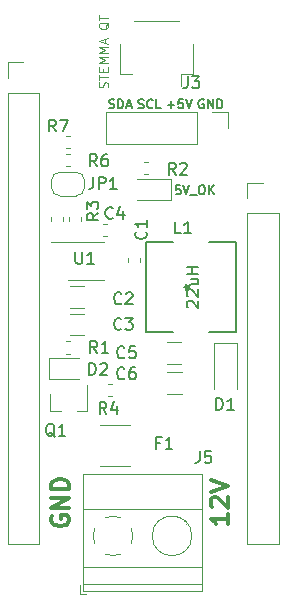
<source format=gbr>
%TF.GenerationSoftware,KiCad,Pcbnew,5.1.6-c6e7f7d~87~ubuntu18.04.1*%
%TF.CreationDate,2020-10-12T11:29:30-07:00*%
%TF.ProjectId,feather-power-supply-sw-smd-adj,66656174-6865-4722-9d70-6f7765722d73,rev?*%
%TF.SameCoordinates,Original*%
%TF.FileFunction,Legend,Top*%
%TF.FilePolarity,Positive*%
%FSLAX46Y46*%
G04 Gerber Fmt 4.6, Leading zero omitted, Abs format (unit mm)*
G04 Created by KiCad (PCBNEW 5.1.6-c6e7f7d~87~ubuntu18.04.1) date 2020-10-12 11:29:30*
%MOMM*%
%LPD*%
G01*
G04 APERTURE LIST*
%ADD10C,0.300000*%
%ADD11C,0.127000*%
%ADD12C,0.125000*%
%ADD13C,0.152400*%
%ADD14C,0.120000*%
%ADD15C,0.150000*%
G04 APERTURE END LIST*
D10*
X146931771Y-102909571D02*
X146931771Y-103766714D01*
X146931771Y-103338142D02*
X145431771Y-103338142D01*
X145646057Y-103481000D01*
X145788914Y-103623857D01*
X145860342Y-103766714D01*
X145574628Y-102338142D02*
X145503200Y-102266714D01*
X145431771Y-102123857D01*
X145431771Y-101766714D01*
X145503200Y-101623857D01*
X145574628Y-101552428D01*
X145717485Y-101481000D01*
X145860342Y-101481000D01*
X146074628Y-101552428D01*
X146931771Y-102409571D01*
X146931771Y-101481000D01*
X145431771Y-101052428D02*
X146931771Y-100552428D01*
X145431771Y-100052428D01*
D11*
X144834428Y-67843400D02*
X144761857Y-67807114D01*
X144653000Y-67807114D01*
X144544142Y-67843400D01*
X144471571Y-67915971D01*
X144435285Y-67988542D01*
X144399000Y-68133685D01*
X144399000Y-68242542D01*
X144435285Y-68387685D01*
X144471571Y-68460257D01*
X144544142Y-68532828D01*
X144653000Y-68569114D01*
X144725571Y-68569114D01*
X144834428Y-68532828D01*
X144870714Y-68496542D01*
X144870714Y-68242542D01*
X144725571Y-68242542D01*
X145197285Y-68569114D02*
X145197285Y-67807114D01*
X145632714Y-68569114D01*
X145632714Y-67807114D01*
X145995571Y-68569114D02*
X145995571Y-67807114D01*
X146177000Y-67807114D01*
X146285857Y-67843400D01*
X146358428Y-67915971D01*
X146394714Y-67988542D01*
X146431000Y-68133685D01*
X146431000Y-68242542D01*
X146394714Y-68387685D01*
X146358428Y-68460257D01*
X146285857Y-68532828D01*
X146177000Y-68569114D01*
X145995571Y-68569114D01*
X141784008Y-68278828D02*
X142364580Y-68278828D01*
X142074294Y-68569114D02*
X142074294Y-67988542D01*
X143090294Y-67807114D02*
X142727437Y-67807114D01*
X142691151Y-68169971D01*
X142727437Y-68133685D01*
X142800008Y-68097400D01*
X142981437Y-68097400D01*
X143054008Y-68133685D01*
X143090294Y-68169971D01*
X143126580Y-68242542D01*
X143126580Y-68423971D01*
X143090294Y-68496542D01*
X143054008Y-68532828D01*
X142981437Y-68569114D01*
X142800008Y-68569114D01*
X142727437Y-68532828D01*
X142691151Y-68496542D01*
X143344294Y-67807114D02*
X143598294Y-68569114D01*
X143852294Y-67807114D01*
X139314161Y-68532828D02*
X139423018Y-68569114D01*
X139604446Y-68569114D01*
X139677018Y-68532828D01*
X139713304Y-68496542D01*
X139749589Y-68423971D01*
X139749589Y-68351400D01*
X139713304Y-68278828D01*
X139677018Y-68242542D01*
X139604446Y-68206257D01*
X139459304Y-68169971D01*
X139386732Y-68133685D01*
X139350446Y-68097400D01*
X139314161Y-68024828D01*
X139314161Y-67952257D01*
X139350446Y-67879685D01*
X139386732Y-67843400D01*
X139459304Y-67807114D01*
X139640732Y-67807114D01*
X139749589Y-67843400D01*
X140511589Y-68496542D02*
X140475304Y-68532828D01*
X140366446Y-68569114D01*
X140293875Y-68569114D01*
X140185018Y-68532828D01*
X140112446Y-68460257D01*
X140076161Y-68387685D01*
X140039875Y-68242542D01*
X140039875Y-68133685D01*
X140076161Y-67988542D01*
X140112446Y-67915971D01*
X140185018Y-67843400D01*
X140293875Y-67807114D01*
X140366446Y-67807114D01*
X140475304Y-67843400D01*
X140511589Y-67879685D01*
X141201018Y-68569114D02*
X140838161Y-68569114D01*
X140838161Y-67807114D01*
X136844314Y-68532828D02*
X136953171Y-68569114D01*
X137134600Y-68569114D01*
X137207171Y-68532828D01*
X137243457Y-68496542D01*
X137279742Y-68423971D01*
X137279742Y-68351400D01*
X137243457Y-68278828D01*
X137207171Y-68242542D01*
X137134600Y-68206257D01*
X136989457Y-68169971D01*
X136916885Y-68133685D01*
X136880600Y-68097400D01*
X136844314Y-68024828D01*
X136844314Y-67952257D01*
X136880600Y-67879685D01*
X136916885Y-67843400D01*
X136989457Y-67807114D01*
X137170885Y-67807114D01*
X137279742Y-67843400D01*
X137606314Y-68569114D02*
X137606314Y-67807114D01*
X137787742Y-67807114D01*
X137896600Y-67843400D01*
X137969171Y-67915971D01*
X138005457Y-67988542D01*
X138041742Y-68133685D01*
X138041742Y-68242542D01*
X138005457Y-68387685D01*
X137969171Y-68460257D01*
X137896600Y-68532828D01*
X137787742Y-68569114D01*
X137606314Y-68569114D01*
X138332028Y-68351400D02*
X138694885Y-68351400D01*
X138259457Y-68569114D02*
X138513457Y-67807114D01*
X138767457Y-68569114D01*
D12*
X136706428Y-66809257D02*
X136742714Y-66700400D01*
X136742714Y-66518971D01*
X136706428Y-66446400D01*
X136670142Y-66410114D01*
X136597571Y-66373828D01*
X136525000Y-66373828D01*
X136452428Y-66410114D01*
X136416142Y-66446400D01*
X136379857Y-66518971D01*
X136343571Y-66664114D01*
X136307285Y-66736685D01*
X136271000Y-66772971D01*
X136198428Y-66809257D01*
X136125857Y-66809257D01*
X136053285Y-66772971D01*
X136017000Y-66736685D01*
X135980714Y-66664114D01*
X135980714Y-66482685D01*
X136017000Y-66373828D01*
X135980714Y-66156114D02*
X135980714Y-65720685D01*
X136742714Y-65938400D02*
X135980714Y-65938400D01*
X136343571Y-65466685D02*
X136343571Y-65212685D01*
X136742714Y-65103828D02*
X136742714Y-65466685D01*
X135980714Y-65466685D01*
X135980714Y-65103828D01*
X136742714Y-64777257D02*
X135980714Y-64777257D01*
X136525000Y-64523257D01*
X135980714Y-64269257D01*
X136742714Y-64269257D01*
X136742714Y-63906400D02*
X135980714Y-63906400D01*
X136525000Y-63652400D01*
X135980714Y-63398400D01*
X136742714Y-63398400D01*
X136525000Y-63071828D02*
X136525000Y-62708971D01*
X136742714Y-63144400D02*
X135980714Y-62890400D01*
X136742714Y-62636400D01*
X136815285Y-61293828D02*
X136779000Y-61366400D01*
X136706428Y-61438971D01*
X136597571Y-61547828D01*
X136561285Y-61620400D01*
X136561285Y-61692971D01*
X136742714Y-61656685D02*
X136706428Y-61729257D01*
X136633857Y-61801828D01*
X136488714Y-61838114D01*
X136234714Y-61838114D01*
X136089571Y-61801828D01*
X136017000Y-61729257D01*
X135980714Y-61656685D01*
X135980714Y-61511542D01*
X136017000Y-61438971D01*
X136089571Y-61366400D01*
X136234714Y-61330114D01*
X136488714Y-61330114D01*
X136633857Y-61366400D01*
X136706428Y-61438971D01*
X136742714Y-61511542D01*
X136742714Y-61656685D01*
X135980714Y-61112400D02*
X135980714Y-60676971D01*
X136742714Y-60894685D02*
X135980714Y-60894685D01*
D10*
X132015800Y-103098457D02*
X131944371Y-103241314D01*
X131944371Y-103455600D01*
X132015800Y-103669885D01*
X132158657Y-103812742D01*
X132301514Y-103884171D01*
X132587228Y-103955600D01*
X132801514Y-103955600D01*
X133087228Y-103884171D01*
X133230085Y-103812742D01*
X133372942Y-103669885D01*
X133444371Y-103455600D01*
X133444371Y-103312742D01*
X133372942Y-103098457D01*
X133301514Y-103027028D01*
X132801514Y-103027028D01*
X132801514Y-103312742D01*
X133444371Y-102384171D02*
X131944371Y-102384171D01*
X133444371Y-101527028D01*
X131944371Y-101527028D01*
X133444371Y-100812742D02*
X131944371Y-100812742D01*
X131944371Y-100455600D01*
X132015800Y-100241314D01*
X132158657Y-100098457D01*
X132301514Y-100027028D01*
X132587228Y-99955600D01*
X132801514Y-99955600D01*
X133087228Y-100027028D01*
X133230085Y-100098457D01*
X133372942Y-100241314D01*
X133444371Y-100455600D01*
X133444371Y-100812742D01*
D13*
%TO.C,L1*%
X139979400Y-79908400D02*
X139979400Y-87477600D01*
X139979400Y-87477600D02*
X142237460Y-87477600D01*
X147548600Y-87477600D02*
X147548600Y-79908400D01*
X147548600Y-79908400D02*
X145290540Y-79908400D01*
X142237460Y-79908400D02*
X139979400Y-79908400D01*
X145290540Y-87477600D02*
X147548600Y-87477600D01*
D14*
%TO.C,J2*%
X128235400Y-105419200D02*
X130895400Y-105419200D01*
X128235400Y-67259200D02*
X128235400Y-105419200D01*
X130895400Y-67259200D02*
X130895400Y-105419200D01*
X128235400Y-67259200D02*
X130895400Y-67259200D01*
X128235400Y-65989200D02*
X128235400Y-64659200D01*
X128235400Y-64659200D02*
X129565400Y-64659200D01*
%TO.C,R7*%
X133178733Y-71909400D02*
X133521267Y-71909400D01*
X133178733Y-70889400D02*
X133521267Y-70889400D01*
%TO.C,C4*%
X136353733Y-78357000D02*
X136696267Y-78357000D01*
X136353733Y-79377000D02*
X136696267Y-79377000D01*
%TO.C,U1*%
X134867400Y-83110200D02*
X136367400Y-83110200D01*
X134867400Y-83110200D02*
X133367400Y-83110200D01*
X134867400Y-79890200D02*
X136367400Y-79890200D01*
X134867400Y-79890200D02*
X131942400Y-79890200D01*
%TO.C,R4*%
X136734733Y-91946000D02*
X137077267Y-91946000D01*
X136734733Y-92966000D02*
X137077267Y-92966000D01*
%TO.C,R1*%
X133153333Y-88313800D02*
X133495867Y-88313800D01*
X133153333Y-89333800D02*
X133495867Y-89333800D01*
%TO.C,D2*%
X131773800Y-89751800D02*
X131773800Y-91451800D01*
X131773800Y-91451800D02*
X134323800Y-91451800D01*
X131773800Y-89751800D02*
X134323800Y-89751800D01*
%TO.C,C6*%
X142969064Y-92731000D02*
X141764936Y-92731000D01*
X142969064Y-90911000D02*
X141764936Y-90911000D01*
%TO.C,C5*%
X142932564Y-90191000D02*
X141728436Y-90191000D01*
X142932564Y-88371000D02*
X141728436Y-88371000D01*
%TO.C,C3*%
X133521036Y-85983400D02*
X134725164Y-85983400D01*
X133521036Y-87803400D02*
X134725164Y-87803400D01*
%TO.C,C2*%
X133509936Y-83621200D02*
X134714064Y-83621200D01*
X133509936Y-85441200D02*
X134714064Y-85441200D01*
%TO.C,J3*%
X142783000Y-61196000D02*
X138903000Y-61196000D01*
X137733000Y-65666000D02*
X138783000Y-65666000D01*
X137733000Y-63166000D02*
X137733000Y-65666000D01*
X142903000Y-65666000D02*
X142903000Y-66656000D01*
X143953000Y-65666000D02*
X142903000Y-65666000D01*
X143953000Y-63166000D02*
X143953000Y-65666000D01*
%TO.C,Q1*%
X131846200Y-94181200D02*
X132776200Y-94181200D01*
X135006200Y-94181200D02*
X134076200Y-94181200D01*
X135006200Y-94181200D02*
X135006200Y-92021200D01*
X131846200Y-94181200D02*
X131846200Y-92721200D01*
%TO.C,R2*%
X140125267Y-73099200D02*
X139782733Y-73099200D01*
X140125267Y-74119200D02*
X139782733Y-74119200D01*
%TO.C,D3*%
X142093000Y-74553400D02*
X139208000Y-74553400D01*
X142093000Y-76373400D02*
X142093000Y-74553400D01*
X139208000Y-76373400D02*
X142093000Y-76373400D01*
%TO.C,J4*%
X146872000Y-68901000D02*
X146872000Y-70231000D01*
X145542000Y-68901000D02*
X146872000Y-68901000D01*
X144272000Y-68901000D02*
X144272000Y-71561000D01*
X144272000Y-71561000D02*
X136592000Y-71561000D01*
X144272000Y-68901000D02*
X136592000Y-68901000D01*
X136592000Y-68901000D02*
X136592000Y-71561000D01*
%TO.C,J5*%
X134360000Y-109675000D02*
X134860000Y-109675000D01*
X134360000Y-108935000D02*
X134360000Y-109675000D01*
X140933000Y-105798000D02*
X140886000Y-105844000D01*
X143230000Y-103500000D02*
X143195000Y-103536000D01*
X141126000Y-106014000D02*
X141091000Y-106049000D01*
X143435000Y-103706000D02*
X143388000Y-103752000D01*
X144720000Y-99514000D02*
X144720000Y-109435000D01*
X134600000Y-99514000D02*
X134600000Y-109435000D01*
X134600000Y-109435000D02*
X144720000Y-109435000D01*
X134600000Y-99514000D02*
X144720000Y-99514000D01*
X134600000Y-102474000D02*
X144720000Y-102474000D01*
X134600000Y-107375000D02*
X144720000Y-107375000D01*
X134600000Y-108875000D02*
X144720000Y-108875000D01*
X143840000Y-104775000D02*
G75*
G03*
X143840000Y-104775000I-1680000J0D01*
G01*
X137843318Y-106309756D02*
G75*
G02*
X137160000Y-106455000I-683318J1534756D01*
G01*
X138695426Y-104091958D02*
G75*
G02*
X138695000Y-105459000I-1535426J-683042D01*
G01*
X136476958Y-103239574D02*
G75*
G02*
X137844000Y-103240000I683042J-1535426D01*
G01*
X135624574Y-105458042D02*
G75*
G02*
X135625000Y-104091000I1535426J683042D01*
G01*
X137188805Y-106455253D02*
G75*
G02*
X136476000Y-106310000I-28805J1680253D01*
G01*
%TO.C,F1*%
X138582431Y-95394200D02*
X136042369Y-95394200D01*
X138582431Y-98814200D02*
X136042369Y-98814200D01*
%TO.C,JP1*%
X131950000Y-75280800D02*
X131950000Y-74680800D01*
X134050000Y-75980800D02*
X132650000Y-75980800D01*
X134750000Y-74680800D02*
X134750000Y-75280800D01*
X132650000Y-73980800D02*
X134050000Y-73980800D01*
X131950000Y-74680800D02*
G75*
G02*
X132650000Y-73980800I700000J0D01*
G01*
X132650000Y-75980800D02*
G75*
G02*
X131950000Y-75280800I0J700000D01*
G01*
X134750000Y-75280800D02*
G75*
G02*
X134050000Y-75980800I-700000J0D01*
G01*
X134050000Y-73980800D02*
G75*
G02*
X134750000Y-74680800I0J-700000D01*
G01*
%TO.C,R5*%
X132971000Y-78149267D02*
X132971000Y-77806733D01*
X131951000Y-78149267D02*
X131951000Y-77806733D01*
%TO.C,D1*%
X147685000Y-88478000D02*
X147685000Y-92328000D01*
X145685000Y-88478000D02*
X145685000Y-92328000D01*
X147685000Y-88478000D02*
X145685000Y-88478000D01*
%TO.C,R3*%
X133475000Y-77806733D02*
X133475000Y-78149267D01*
X134495000Y-77806733D02*
X134495000Y-78149267D01*
%TO.C,C1*%
X138428000Y-81235733D02*
X138428000Y-81578267D01*
X139448000Y-81235733D02*
X139448000Y-81578267D01*
%TO.C,R6*%
X133178733Y-73433400D02*
X133521267Y-73433400D01*
X133178733Y-72413400D02*
X133521267Y-72413400D01*
%TO.C,J1*%
X148530000Y-74870000D02*
X149860000Y-74870000D01*
X148530000Y-76200000D02*
X148530000Y-74870000D01*
X148530000Y-77470000D02*
X151190000Y-77470000D01*
X151190000Y-77470000D02*
X151190000Y-105470000D01*
X148530000Y-77470000D02*
X148530000Y-105470000D01*
X148530000Y-105470000D02*
X151190000Y-105470000D01*
%TO.C,L1*%
D15*
X142911533Y-79166980D02*
X142435342Y-79166980D01*
X142435342Y-78166980D01*
X143768676Y-79166980D02*
X143197247Y-79166980D01*
X143482961Y-79166980D02*
X143482961Y-78166980D01*
X143387723Y-78309838D01*
X143292485Y-78405076D01*
X143197247Y-78452695D01*
X143489419Y-85431095D02*
X143441800Y-85383476D01*
X143394180Y-85288238D01*
X143394180Y-85050142D01*
X143441800Y-84954904D01*
X143489419Y-84907285D01*
X143584657Y-84859666D01*
X143679895Y-84859666D01*
X143822752Y-84907285D01*
X144394180Y-85478714D01*
X144394180Y-84859666D01*
X143489419Y-84478714D02*
X143441800Y-84431095D01*
X143394180Y-84335857D01*
X143394180Y-84097761D01*
X143441800Y-84002523D01*
X143489419Y-83954904D01*
X143584657Y-83907285D01*
X143679895Y-83907285D01*
X143822752Y-83954904D01*
X144394180Y-84526333D01*
X144394180Y-83907285D01*
X143727514Y-83050142D02*
X144394180Y-83050142D01*
X143727514Y-83478714D02*
X144251323Y-83478714D01*
X144346561Y-83431095D01*
X144394180Y-83335857D01*
X144394180Y-83193000D01*
X144346561Y-83097761D01*
X144298942Y-83050142D01*
X144394180Y-82573952D02*
X143394180Y-82573952D01*
X143870371Y-82573952D02*
X143870371Y-82002523D01*
X144394180Y-82002523D02*
X143394180Y-82002523D01*
X143216380Y-83693000D02*
X143454476Y-83693000D01*
X143359238Y-83931095D02*
X143454476Y-83693000D01*
X143359238Y-83454904D01*
X143644952Y-83835857D02*
X143454476Y-83693000D01*
X143644952Y-83550142D01*
%TO.C,R7*%
X132319733Y-70530980D02*
X131986400Y-70054790D01*
X131748304Y-70530980D02*
X131748304Y-69530980D01*
X132129257Y-69530980D01*
X132224495Y-69578600D01*
X132272114Y-69626219D01*
X132319733Y-69721457D01*
X132319733Y-69864314D01*
X132272114Y-69959552D01*
X132224495Y-70007171D01*
X132129257Y-70054790D01*
X131748304Y-70054790D01*
X132653066Y-69530980D02*
X133319733Y-69530980D01*
X132891161Y-70530980D01*
%TO.C,C4*%
X137145733Y-77827142D02*
X137098114Y-77874761D01*
X136955257Y-77922380D01*
X136860019Y-77922380D01*
X136717161Y-77874761D01*
X136621923Y-77779523D01*
X136574304Y-77684285D01*
X136526685Y-77493809D01*
X136526685Y-77350952D01*
X136574304Y-77160476D01*
X136621923Y-77065238D01*
X136717161Y-76970000D01*
X136860019Y-76922380D01*
X136955257Y-76922380D01*
X137098114Y-76970000D01*
X137145733Y-77017619D01*
X138002876Y-77255714D02*
X138002876Y-77922380D01*
X137764780Y-76874761D02*
X137526685Y-77589047D01*
X138145733Y-77589047D01*
%TO.C,U1*%
X133985095Y-80732380D02*
X133985095Y-81541904D01*
X134032714Y-81637142D01*
X134080333Y-81684761D01*
X134175571Y-81732380D01*
X134366047Y-81732380D01*
X134461285Y-81684761D01*
X134508904Y-81637142D01*
X134556523Y-81541904D01*
X134556523Y-80732380D01*
X135556523Y-81732380D02*
X134985095Y-81732380D01*
X135270809Y-81732380D02*
X135270809Y-80732380D01*
X135175571Y-80875238D01*
X135080333Y-80970476D01*
X134985095Y-81018095D01*
%TO.C,R4*%
X136612333Y-94432380D02*
X136279000Y-93956190D01*
X136040904Y-94432380D02*
X136040904Y-93432380D01*
X136421857Y-93432380D01*
X136517095Y-93480000D01*
X136564714Y-93527619D01*
X136612333Y-93622857D01*
X136612333Y-93765714D01*
X136564714Y-93860952D01*
X136517095Y-93908571D01*
X136421857Y-93956190D01*
X136040904Y-93956190D01*
X137469476Y-93765714D02*
X137469476Y-94432380D01*
X137231380Y-93384761D02*
X136993285Y-94099047D01*
X137612333Y-94099047D01*
%TO.C,R1*%
X135824933Y-89276180D02*
X135491600Y-88799990D01*
X135253504Y-89276180D02*
X135253504Y-88276180D01*
X135634457Y-88276180D01*
X135729695Y-88323800D01*
X135777314Y-88371419D01*
X135824933Y-88466657D01*
X135824933Y-88609514D01*
X135777314Y-88704752D01*
X135729695Y-88752371D01*
X135634457Y-88799990D01*
X135253504Y-88799990D01*
X136777314Y-89276180D02*
X136205885Y-89276180D01*
X136491600Y-89276180D02*
X136491600Y-88276180D01*
X136396361Y-88419038D01*
X136301123Y-88514276D01*
X136205885Y-88561895D01*
%TO.C,D2*%
X135151904Y-91155780D02*
X135151904Y-90155780D01*
X135390000Y-90155780D01*
X135532857Y-90203400D01*
X135628095Y-90298638D01*
X135675714Y-90393876D01*
X135723333Y-90584352D01*
X135723333Y-90727209D01*
X135675714Y-90917685D01*
X135628095Y-91012923D01*
X135532857Y-91108161D01*
X135390000Y-91155780D01*
X135151904Y-91155780D01*
X136104285Y-90251019D02*
X136151904Y-90203400D01*
X136247142Y-90155780D01*
X136485238Y-90155780D01*
X136580476Y-90203400D01*
X136628095Y-90251019D01*
X136675714Y-90346257D01*
X136675714Y-90441495D01*
X136628095Y-90584352D01*
X136056666Y-91155780D01*
X136675714Y-91155780D01*
%TO.C,C6*%
X138136333Y-91416142D02*
X138088714Y-91463761D01*
X137945857Y-91511380D01*
X137850619Y-91511380D01*
X137707761Y-91463761D01*
X137612523Y-91368523D01*
X137564904Y-91273285D01*
X137517285Y-91082809D01*
X137517285Y-90939952D01*
X137564904Y-90749476D01*
X137612523Y-90654238D01*
X137707761Y-90559000D01*
X137850619Y-90511380D01*
X137945857Y-90511380D01*
X138088714Y-90559000D01*
X138136333Y-90606619D01*
X138993476Y-90511380D02*
X138803000Y-90511380D01*
X138707761Y-90559000D01*
X138660142Y-90606619D01*
X138564904Y-90749476D01*
X138517285Y-90939952D01*
X138517285Y-91320904D01*
X138564904Y-91416142D01*
X138612523Y-91463761D01*
X138707761Y-91511380D01*
X138898238Y-91511380D01*
X138993476Y-91463761D01*
X139041095Y-91416142D01*
X139088714Y-91320904D01*
X139088714Y-91082809D01*
X139041095Y-90987571D01*
X138993476Y-90939952D01*
X138898238Y-90892333D01*
X138707761Y-90892333D01*
X138612523Y-90939952D01*
X138564904Y-90987571D01*
X138517285Y-91082809D01*
%TO.C,C5*%
X138136333Y-89638142D02*
X138088714Y-89685761D01*
X137945857Y-89733380D01*
X137850619Y-89733380D01*
X137707761Y-89685761D01*
X137612523Y-89590523D01*
X137564904Y-89495285D01*
X137517285Y-89304809D01*
X137517285Y-89161952D01*
X137564904Y-88971476D01*
X137612523Y-88876238D01*
X137707761Y-88781000D01*
X137850619Y-88733380D01*
X137945857Y-88733380D01*
X138088714Y-88781000D01*
X138136333Y-88828619D01*
X139041095Y-88733380D02*
X138564904Y-88733380D01*
X138517285Y-89209571D01*
X138564904Y-89161952D01*
X138660142Y-89114333D01*
X138898238Y-89114333D01*
X138993476Y-89161952D01*
X139041095Y-89209571D01*
X139088714Y-89304809D01*
X139088714Y-89542904D01*
X139041095Y-89638142D01*
X138993476Y-89685761D01*
X138898238Y-89733380D01*
X138660142Y-89733380D01*
X138564904Y-89685761D01*
X138517285Y-89638142D01*
%TO.C,C3*%
X137882333Y-87225142D02*
X137834714Y-87272761D01*
X137691857Y-87320380D01*
X137596619Y-87320380D01*
X137453761Y-87272761D01*
X137358523Y-87177523D01*
X137310904Y-87082285D01*
X137263285Y-86891809D01*
X137263285Y-86748952D01*
X137310904Y-86558476D01*
X137358523Y-86463238D01*
X137453761Y-86368000D01*
X137596619Y-86320380D01*
X137691857Y-86320380D01*
X137834714Y-86368000D01*
X137882333Y-86415619D01*
X138215666Y-86320380D02*
X138834714Y-86320380D01*
X138501380Y-86701333D01*
X138644238Y-86701333D01*
X138739476Y-86748952D01*
X138787095Y-86796571D01*
X138834714Y-86891809D01*
X138834714Y-87129904D01*
X138787095Y-87225142D01*
X138739476Y-87272761D01*
X138644238Y-87320380D01*
X138358523Y-87320380D01*
X138263285Y-87272761D01*
X138215666Y-87225142D01*
%TO.C,C2*%
X137882333Y-85066142D02*
X137834714Y-85113761D01*
X137691857Y-85161380D01*
X137596619Y-85161380D01*
X137453761Y-85113761D01*
X137358523Y-85018523D01*
X137310904Y-84923285D01*
X137263285Y-84732809D01*
X137263285Y-84589952D01*
X137310904Y-84399476D01*
X137358523Y-84304238D01*
X137453761Y-84209000D01*
X137596619Y-84161380D01*
X137691857Y-84161380D01*
X137834714Y-84209000D01*
X137882333Y-84256619D01*
X138263285Y-84256619D02*
X138310904Y-84209000D01*
X138406142Y-84161380D01*
X138644238Y-84161380D01*
X138739476Y-84209000D01*
X138787095Y-84256619D01*
X138834714Y-84351857D01*
X138834714Y-84447095D01*
X138787095Y-84589952D01*
X138215666Y-85161380D01*
X138834714Y-85161380D01*
%TO.C,J3*%
X143481466Y-65873380D02*
X143481466Y-66587666D01*
X143433847Y-66730523D01*
X143338609Y-66825761D01*
X143195752Y-66873380D01*
X143100514Y-66873380D01*
X143862419Y-65873380D02*
X144481466Y-65873380D01*
X144148133Y-66254333D01*
X144290990Y-66254333D01*
X144386228Y-66301952D01*
X144433847Y-66349571D01*
X144481466Y-66444809D01*
X144481466Y-66682904D01*
X144433847Y-66778142D01*
X144386228Y-66825761D01*
X144290990Y-66873380D01*
X144005276Y-66873380D01*
X143910038Y-66825761D01*
X143862419Y-66778142D01*
%TO.C,Q1*%
X132238761Y-96381819D02*
X132143523Y-96334200D01*
X132048285Y-96238961D01*
X131905428Y-96096104D01*
X131810190Y-96048485D01*
X131714952Y-96048485D01*
X131762571Y-96286580D02*
X131667333Y-96238961D01*
X131572095Y-96143723D01*
X131524476Y-95953247D01*
X131524476Y-95619914D01*
X131572095Y-95429438D01*
X131667333Y-95334200D01*
X131762571Y-95286580D01*
X131953047Y-95286580D01*
X132048285Y-95334200D01*
X132143523Y-95429438D01*
X132191142Y-95619914D01*
X132191142Y-95953247D01*
X132143523Y-96143723D01*
X132048285Y-96238961D01*
X131953047Y-96286580D01*
X131762571Y-96286580D01*
X133143523Y-96286580D02*
X132572095Y-96286580D01*
X132857809Y-96286580D02*
X132857809Y-95286580D01*
X132762571Y-95429438D01*
X132667333Y-95524676D01*
X132572095Y-95572295D01*
%TO.C,R2*%
X142479733Y-74188580D02*
X142146400Y-73712390D01*
X141908304Y-74188580D02*
X141908304Y-73188580D01*
X142289257Y-73188580D01*
X142384495Y-73236200D01*
X142432114Y-73283819D01*
X142479733Y-73379057D01*
X142479733Y-73521914D01*
X142432114Y-73617152D01*
X142384495Y-73664771D01*
X142289257Y-73712390D01*
X141908304Y-73712390D01*
X142860685Y-73283819D02*
X142908304Y-73236200D01*
X143003542Y-73188580D01*
X143241638Y-73188580D01*
X143336876Y-73236200D01*
X143384495Y-73283819D01*
X143432114Y-73379057D01*
X143432114Y-73474295D01*
X143384495Y-73617152D01*
X142813066Y-74188580D01*
X143432114Y-74188580D01*
%TO.C,D3*%
D11*
X142878628Y-75096914D02*
X142515771Y-75096914D01*
X142479485Y-75459771D01*
X142515771Y-75423485D01*
X142588342Y-75387200D01*
X142769771Y-75387200D01*
X142842342Y-75423485D01*
X142878628Y-75459771D01*
X142914914Y-75532342D01*
X142914914Y-75713771D01*
X142878628Y-75786342D01*
X142842342Y-75822628D01*
X142769771Y-75858914D01*
X142588342Y-75858914D01*
X142515771Y-75822628D01*
X142479485Y-75786342D01*
X143132628Y-75096914D02*
X143386628Y-75858914D01*
X143640628Y-75096914D01*
X143713200Y-75931485D02*
X144293771Y-75931485D01*
X144620342Y-75096914D02*
X144765485Y-75096914D01*
X144838057Y-75133200D01*
X144910628Y-75205771D01*
X144946914Y-75350914D01*
X144946914Y-75604914D01*
X144910628Y-75750057D01*
X144838057Y-75822628D01*
X144765485Y-75858914D01*
X144620342Y-75858914D01*
X144547771Y-75822628D01*
X144475200Y-75750057D01*
X144438914Y-75604914D01*
X144438914Y-75350914D01*
X144475200Y-75205771D01*
X144547771Y-75133200D01*
X144620342Y-75096914D01*
X145273485Y-75858914D02*
X145273485Y-75096914D01*
X145708914Y-75858914D02*
X145382342Y-75423485D01*
X145708914Y-75096914D02*
X145273485Y-75532342D01*
%TO.C,J5*%
D15*
X144497466Y-97597980D02*
X144497466Y-98312266D01*
X144449847Y-98455123D01*
X144354609Y-98550361D01*
X144211752Y-98597980D01*
X144116514Y-98597980D01*
X145449847Y-97597980D02*
X144973657Y-97597980D01*
X144926038Y-98074171D01*
X144973657Y-98026552D01*
X145068895Y-97978933D01*
X145306990Y-97978933D01*
X145402228Y-98026552D01*
X145449847Y-98074171D01*
X145497466Y-98169409D01*
X145497466Y-98407504D01*
X145449847Y-98502742D01*
X145402228Y-98550361D01*
X145306990Y-98597980D01*
X145068895Y-98597980D01*
X144973657Y-98550361D01*
X144926038Y-98502742D01*
%TO.C,F1*%
X141144666Y-96880371D02*
X140811333Y-96880371D01*
X140811333Y-97404180D02*
X140811333Y-96404180D01*
X141287523Y-96404180D01*
X142192285Y-97404180D02*
X141620857Y-97404180D01*
X141906571Y-97404180D02*
X141906571Y-96404180D01*
X141811333Y-96547038D01*
X141716095Y-96642276D01*
X141620857Y-96689895D01*
%TO.C,JP1*%
X135488466Y-74407780D02*
X135488466Y-75122066D01*
X135440847Y-75264923D01*
X135345609Y-75360161D01*
X135202752Y-75407780D01*
X135107514Y-75407780D01*
X135964657Y-75407780D02*
X135964657Y-74407780D01*
X136345609Y-74407780D01*
X136440847Y-74455400D01*
X136488466Y-74503019D01*
X136536085Y-74598257D01*
X136536085Y-74741114D01*
X136488466Y-74836352D01*
X136440847Y-74883971D01*
X136345609Y-74931590D01*
X135964657Y-74931590D01*
X137488466Y-75407780D02*
X136917038Y-75407780D01*
X137202752Y-75407780D02*
X137202752Y-74407780D01*
X137107514Y-74550638D01*
X137012276Y-74645876D01*
X136917038Y-74693495D01*
%TO.C,D1*%
X145896104Y-94102180D02*
X145896104Y-93102180D01*
X146134200Y-93102180D01*
X146277057Y-93149800D01*
X146372295Y-93245038D01*
X146419914Y-93340276D01*
X146467533Y-93530752D01*
X146467533Y-93673609D01*
X146419914Y-93864085D01*
X146372295Y-93959323D01*
X146277057Y-94054561D01*
X146134200Y-94102180D01*
X145896104Y-94102180D01*
X147419914Y-94102180D02*
X146848485Y-94102180D01*
X147134200Y-94102180D02*
X147134200Y-93102180D01*
X147038961Y-93245038D01*
X146943723Y-93340276D01*
X146848485Y-93387895D01*
%TO.C,R3*%
X135935980Y-77433466D02*
X135459790Y-77766800D01*
X135935980Y-78004895D02*
X134935980Y-78004895D01*
X134935980Y-77623942D01*
X134983600Y-77528704D01*
X135031219Y-77481085D01*
X135126457Y-77433466D01*
X135269314Y-77433466D01*
X135364552Y-77481085D01*
X135412171Y-77528704D01*
X135459790Y-77623942D01*
X135459790Y-78004895D01*
X134935980Y-77100133D02*
X134935980Y-76481085D01*
X135316933Y-76814419D01*
X135316933Y-76671561D01*
X135364552Y-76576323D01*
X135412171Y-76528704D01*
X135507409Y-76481085D01*
X135745504Y-76481085D01*
X135840742Y-76528704D01*
X135888361Y-76576323D01*
X135935980Y-76671561D01*
X135935980Y-76957276D01*
X135888361Y-77052514D01*
X135840742Y-77100133D01*
%TO.C,C1*%
X139930142Y-79008266D02*
X139977761Y-79055885D01*
X140025380Y-79198742D01*
X140025380Y-79293980D01*
X139977761Y-79436838D01*
X139882523Y-79532076D01*
X139787285Y-79579695D01*
X139596809Y-79627314D01*
X139453952Y-79627314D01*
X139263476Y-79579695D01*
X139168238Y-79532076D01*
X139073000Y-79436838D01*
X139025380Y-79293980D01*
X139025380Y-79198742D01*
X139073000Y-79055885D01*
X139120619Y-79008266D01*
X140025380Y-78055885D02*
X140025380Y-78627314D01*
X140025380Y-78341600D02*
X139025380Y-78341600D01*
X139168238Y-78436838D01*
X139263476Y-78532076D01*
X139311095Y-78627314D01*
%TO.C,R6*%
X135799533Y-73477380D02*
X135466200Y-73001190D01*
X135228104Y-73477380D02*
X135228104Y-72477380D01*
X135609057Y-72477380D01*
X135704295Y-72525000D01*
X135751914Y-72572619D01*
X135799533Y-72667857D01*
X135799533Y-72810714D01*
X135751914Y-72905952D01*
X135704295Y-72953571D01*
X135609057Y-73001190D01*
X135228104Y-73001190D01*
X136656676Y-72477380D02*
X136466200Y-72477380D01*
X136370961Y-72525000D01*
X136323342Y-72572619D01*
X136228104Y-72715476D01*
X136180485Y-72905952D01*
X136180485Y-73286904D01*
X136228104Y-73382142D01*
X136275723Y-73429761D01*
X136370961Y-73477380D01*
X136561438Y-73477380D01*
X136656676Y-73429761D01*
X136704295Y-73382142D01*
X136751914Y-73286904D01*
X136751914Y-73048809D01*
X136704295Y-72953571D01*
X136656676Y-72905952D01*
X136561438Y-72858333D01*
X136370961Y-72858333D01*
X136275723Y-72905952D01*
X136228104Y-72953571D01*
X136180485Y-73048809D01*
%TD*%
M02*

</source>
